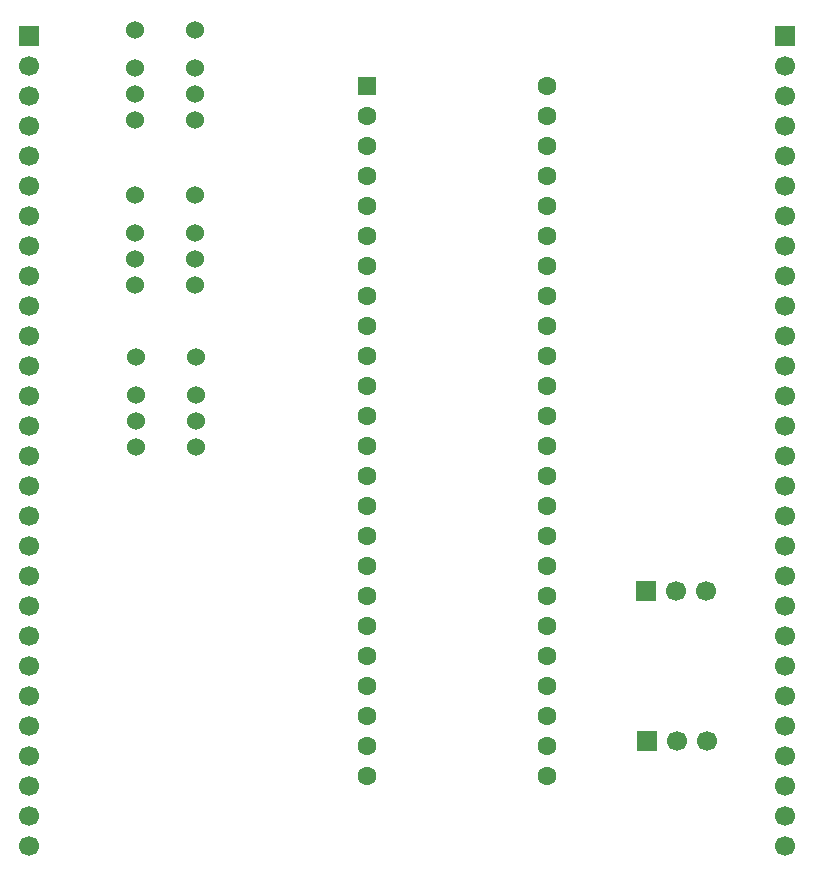
<source format=gbr>
%TF.GenerationSoftware,KiCad,Pcbnew,9.0.2*%
%TF.CreationDate,2025-06-04T00:53:43+07:00*%
%TF.ProjectId,VCU,5643552e-6b69-4636-9164-5f7063625858,rev?*%
%TF.SameCoordinates,Original*%
%TF.FileFunction,Soldermask,Bot*%
%TF.FilePolarity,Negative*%
%FSLAX46Y46*%
G04 Gerber Fmt 4.6, Leading zero omitted, Abs format (unit mm)*
G04 Created by KiCad (PCBNEW 9.0.2) date 2025-06-04 00:53:43*
%MOMM*%
%LPD*%
G01*
G04 APERTURE LIST*
%ADD10R,1.600000X1.600000*%
%ADD11C,1.600000*%
%ADD12R,1.700000X1.700000*%
%ADD13C,1.700000*%
%ADD14C,1.524000*%
G04 APERTURE END LIST*
D10*
%TO.C,Teensy4.1*%
X108580000Y-82190000D03*
D11*
X108580000Y-84730000D03*
X108580000Y-87270000D03*
X108580000Y-89810000D03*
X108580000Y-92350000D03*
X108580000Y-94890000D03*
X108580000Y-97430000D03*
X108580000Y-99970000D03*
X108580000Y-102510000D03*
X108580000Y-105050000D03*
X108580000Y-107590000D03*
X108580000Y-110130000D03*
X108580000Y-112670000D03*
X108580000Y-115210000D03*
X108580000Y-117750000D03*
X108580000Y-120290000D03*
X108580000Y-122830000D03*
X108580000Y-125370000D03*
X108580000Y-127910000D03*
X108580000Y-130450000D03*
X108580000Y-132990000D03*
X108580000Y-135530000D03*
X108580000Y-138070000D03*
X108580000Y-140610000D03*
X123820000Y-140610000D03*
X123820000Y-138070000D03*
X123820000Y-135530000D03*
X123820000Y-132990000D03*
X123820000Y-130450000D03*
X123820000Y-127910000D03*
X123820000Y-125370000D03*
X123820000Y-122830000D03*
X123820000Y-120290000D03*
X123820000Y-117750000D03*
X123820000Y-115210000D03*
X123820000Y-112670000D03*
X123820000Y-110130000D03*
X123820000Y-107590000D03*
X123820000Y-105050000D03*
X123820000Y-102510000D03*
X123820000Y-99970000D03*
X123820000Y-97430000D03*
X123820000Y-94890000D03*
X123820000Y-92350000D03*
X123820000Y-89810000D03*
X123820000Y-87270000D03*
X123820000Y-84730000D03*
X123820000Y-82190000D03*
%TD*%
D12*
%TO.C,ADS1*%
X132270000Y-137725000D03*
D13*
X134810000Y-137725000D03*
X137350000Y-137725000D03*
%TD*%
D14*
%TO.C,K3*%
X89060000Y-105170800D03*
X89060000Y-108370801D03*
X89060000Y-110570802D03*
X89060000Y-112770800D03*
X94140000Y-112770800D03*
X94140000Y-110570802D03*
X94140000Y-108370801D03*
X94140000Y-105170800D03*
%TD*%
%TO.C,K1*%
X88945000Y-77472500D03*
X88945000Y-80672501D03*
X88945000Y-82872502D03*
X88945000Y-85072500D03*
X94025000Y-85072500D03*
X94025000Y-82872502D03*
X94025000Y-80672501D03*
X94025000Y-77472500D03*
%TD*%
D12*
%TO.C,ADS2*%
X132170000Y-125000000D03*
D13*
X134710000Y-125000000D03*
X137250000Y-125000000D03*
%TD*%
D14*
%TO.C,K2*%
X88945000Y-91472500D03*
X88945000Y-94672501D03*
X88945000Y-96872502D03*
X88945000Y-99072500D03*
X94025000Y-99072500D03*
X94025000Y-96872502D03*
X94025000Y-94672501D03*
X94025000Y-91472500D03*
%TD*%
D12*
%TO.C,J2*%
X144000000Y-78000000D03*
D13*
X144000000Y-80540000D03*
X144000000Y-83080000D03*
X144000000Y-85620000D03*
X144000000Y-88160000D03*
X144000000Y-90700000D03*
X144000000Y-93240000D03*
X144000000Y-95780000D03*
X144000000Y-98320000D03*
X144000000Y-100860000D03*
X144000000Y-103400000D03*
X144000000Y-105940000D03*
X144000000Y-108480000D03*
X144000000Y-111020000D03*
X144000000Y-113560000D03*
X144000000Y-116100000D03*
X144000000Y-118640000D03*
X144000000Y-121180000D03*
X144000000Y-123720000D03*
X144000000Y-126260000D03*
X144000000Y-128800000D03*
X144000000Y-131340000D03*
X144000000Y-133880000D03*
X144000000Y-136420000D03*
X144000000Y-138960000D03*
X144000000Y-141500000D03*
X144000000Y-144040000D03*
X144000000Y-146580000D03*
%TD*%
D12*
%TO.C,J1*%
X80000000Y-78000000D03*
D13*
X80000000Y-80540000D03*
X80000000Y-83080000D03*
X80000000Y-85620000D03*
X80000000Y-88160000D03*
X80000000Y-90700000D03*
X80000000Y-93240000D03*
X80000000Y-95780000D03*
X80000000Y-98320000D03*
X80000000Y-100860000D03*
X80000000Y-103400000D03*
X80000000Y-105940000D03*
X80000000Y-108480000D03*
X80000000Y-111020000D03*
X80000000Y-113560000D03*
X80000000Y-116100000D03*
X80000000Y-118640000D03*
X80000000Y-121180000D03*
X80000000Y-123720000D03*
X80000000Y-126260000D03*
X80000000Y-128800000D03*
X80000000Y-131340000D03*
X80000000Y-133880000D03*
X80000000Y-136420000D03*
X80000000Y-138960000D03*
X80000000Y-141500000D03*
X80000000Y-144040000D03*
X80000000Y-146580000D03*
%TD*%
M02*

</source>
